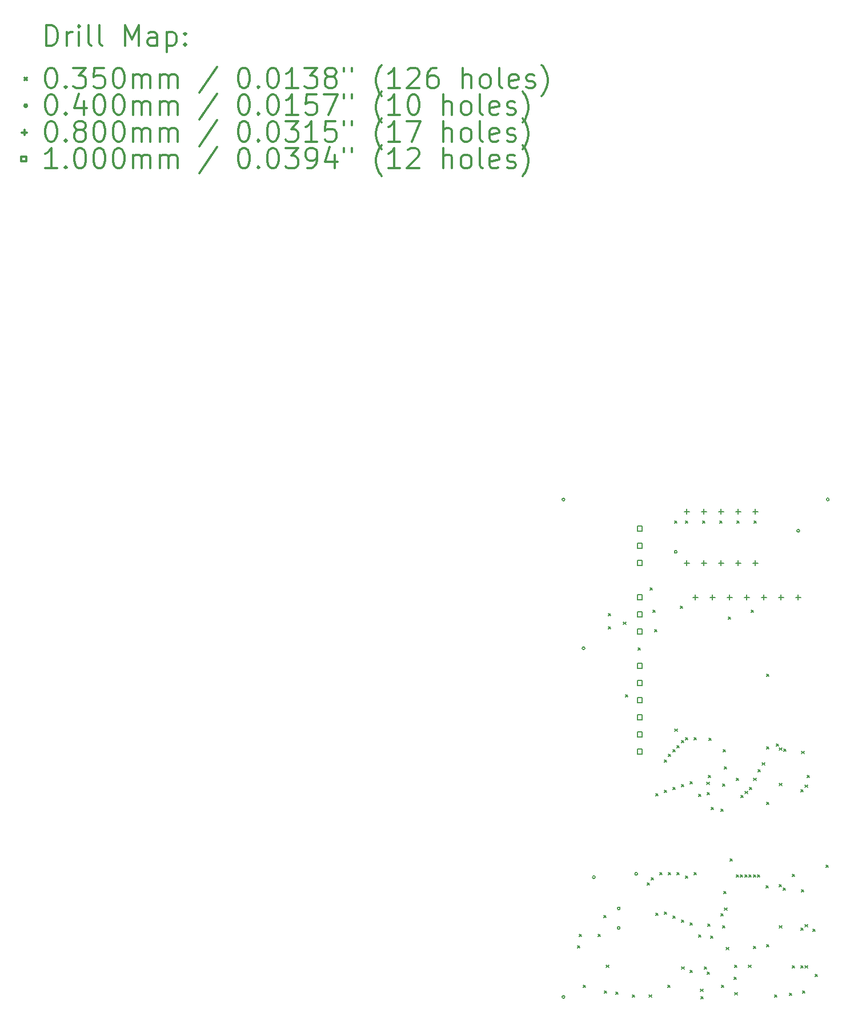
<source format=gbr>
%FSLAX45Y45*%
G04 Gerber Fmt 4.5, Leading zero omitted, Abs format (unit mm)*
G04 Created by KiCad (PCBNEW (5.1.10)-1) date 2022-11-16 00:45:28*
%MOMM*%
%LPD*%
G01*
G04 APERTURE LIST*
%ADD10C,0.200000*%
%ADD11C,0.300000*%
G04 APERTURE END LIST*
D10*
X8161300Y-13793750D02*
X8196300Y-13828750D01*
X8196300Y-13793750D02*
X8161300Y-13828750D01*
X8186700Y-13628650D02*
X8221700Y-13663650D01*
X8221700Y-13628650D02*
X8186700Y-13663650D01*
X8243850Y-14377950D02*
X8278850Y-14412950D01*
X8278850Y-14377950D02*
X8243850Y-14412950D01*
X8466100Y-13628650D02*
X8501100Y-13663650D01*
X8501100Y-13628650D02*
X8466100Y-13663650D01*
X8548650Y-13342900D02*
X8583650Y-13377900D01*
X8583650Y-13342900D02*
X8548650Y-13377900D01*
X8555000Y-14460500D02*
X8590000Y-14495500D01*
X8590000Y-14460500D02*
X8555000Y-14495500D01*
X8586750Y-14079500D02*
X8621750Y-14114500D01*
X8621750Y-14079500D02*
X8586750Y-14114500D01*
X8618500Y-8872500D02*
X8653500Y-8907500D01*
X8653500Y-8872500D02*
X8618500Y-8907500D01*
X8618500Y-9069350D02*
X8653500Y-9104350D01*
X8653500Y-9069350D02*
X8618500Y-9104350D01*
X8726450Y-14479550D02*
X8761450Y-14514550D01*
X8761450Y-14479550D02*
X8726450Y-14514550D01*
X8840750Y-9005850D02*
X8875750Y-9040850D01*
X8875750Y-9005850D02*
X8840750Y-9040850D01*
X8872500Y-10079000D02*
X8907500Y-10114000D01*
X8907500Y-10079000D02*
X8872500Y-10114000D01*
X8974100Y-14524000D02*
X9009100Y-14559000D01*
X9009100Y-14524000D02*
X8974100Y-14559000D01*
X9056650Y-9386850D02*
X9091650Y-9421850D01*
X9091650Y-9386850D02*
X9056650Y-9421850D01*
X9190000Y-12860300D02*
X9225000Y-12895300D01*
X9225000Y-12860300D02*
X9190000Y-12895300D01*
X9221750Y-14524000D02*
X9256750Y-14559000D01*
X9256750Y-14524000D02*
X9221750Y-14559000D01*
X9234450Y-8497850D02*
X9269450Y-8532850D01*
X9269450Y-8497850D02*
X9234450Y-8532850D01*
X9253500Y-12790450D02*
X9288500Y-12825450D01*
X9288500Y-12790450D02*
X9253500Y-12825450D01*
X9278900Y-8821700D02*
X9313900Y-8856700D01*
X9313900Y-8821700D02*
X9278900Y-8856700D01*
X9304300Y-9113800D02*
X9339300Y-9148800D01*
X9339300Y-9113800D02*
X9304300Y-9148800D01*
X9317000Y-11539500D02*
X9352000Y-11574500D01*
X9352000Y-11539500D02*
X9317000Y-11574500D01*
X9317000Y-13311150D02*
X9352000Y-13346150D01*
X9352000Y-13311150D02*
X9317000Y-13346150D01*
X9380500Y-12707900D02*
X9415500Y-12742900D01*
X9415500Y-12707900D02*
X9380500Y-12742900D01*
X9444000Y-11044200D02*
X9479000Y-11079200D01*
X9479000Y-11044200D02*
X9444000Y-11079200D01*
X9444000Y-11495050D02*
X9479000Y-11530050D01*
X9479000Y-11495050D02*
X9444000Y-11530050D01*
X9444000Y-13298450D02*
X9479000Y-13333450D01*
X9479000Y-13298450D02*
X9444000Y-13333450D01*
X9494800Y-14377950D02*
X9529800Y-14412950D01*
X9529800Y-14377950D02*
X9494800Y-14412950D01*
X9507500Y-10955300D02*
X9542500Y-10990300D01*
X9542500Y-10955300D02*
X9507500Y-10990300D01*
X9507500Y-12707900D02*
X9542500Y-12742900D01*
X9542500Y-12707900D02*
X9507500Y-12742900D01*
X9571000Y-10891800D02*
X9606000Y-10926800D01*
X9606000Y-10891800D02*
X9571000Y-10926800D01*
X9571000Y-11450600D02*
X9606000Y-11485600D01*
X9606000Y-11450600D02*
X9571000Y-11485600D01*
X9571000Y-13355600D02*
X9606000Y-13390600D01*
X9606000Y-13355600D02*
X9571000Y-13390600D01*
X9596400Y-7500900D02*
X9631400Y-7535900D01*
X9631400Y-7500900D02*
X9596400Y-7535900D01*
X9602750Y-10587000D02*
X9637750Y-10622000D01*
X9637750Y-10587000D02*
X9602750Y-10622000D01*
X9634500Y-10834650D02*
X9669500Y-10869650D01*
X9669500Y-10834650D02*
X9634500Y-10869650D01*
X9634500Y-12714250D02*
X9669500Y-12749250D01*
X9669500Y-12714250D02*
X9634500Y-12749250D01*
X9685300Y-8764550D02*
X9720300Y-8799550D01*
X9720300Y-8764550D02*
X9685300Y-8799550D01*
X9698000Y-10758450D02*
X9733000Y-10793450D01*
X9733000Y-10758450D02*
X9698000Y-10793450D01*
X9698000Y-11406150D02*
X9733000Y-11441150D01*
X9733000Y-11406150D02*
X9698000Y-11441150D01*
X9698000Y-13412750D02*
X9733000Y-13447750D01*
X9733000Y-13412750D02*
X9698000Y-13447750D01*
X9704350Y-14111250D02*
X9739350Y-14146250D01*
X9739350Y-14111250D02*
X9704350Y-14146250D01*
X9761500Y-7500900D02*
X9796500Y-7535900D01*
X9796500Y-7500900D02*
X9761500Y-7535900D01*
X9761500Y-10714000D02*
X9796500Y-10749000D01*
X9796500Y-10714000D02*
X9761500Y-10749000D01*
X9761500Y-12758700D02*
X9796500Y-12793700D01*
X9796500Y-12758700D02*
X9761500Y-12793700D01*
X9825000Y-11361700D02*
X9860000Y-11396700D01*
X9860000Y-11361700D02*
X9825000Y-11396700D01*
X9825000Y-13457200D02*
X9860000Y-13492200D01*
X9860000Y-13457200D02*
X9825000Y-13492200D01*
X9825000Y-14158551D02*
X9860000Y-14193551D01*
X9860000Y-14158551D02*
X9825000Y-14193551D01*
X9888500Y-10714000D02*
X9923500Y-10749000D01*
X9923500Y-10714000D02*
X9888500Y-10749000D01*
X9888500Y-12714250D02*
X9923500Y-12749250D01*
X9923500Y-12714250D02*
X9888500Y-12749250D01*
X9952000Y-11552200D02*
X9987000Y-11587200D01*
X9987000Y-11552200D02*
X9952000Y-11587200D01*
X9952000Y-13635000D02*
X9987000Y-13670000D01*
X9987000Y-13635000D02*
X9952000Y-13670000D01*
X9983750Y-14441450D02*
X10018750Y-14476450D01*
X10018750Y-14441450D02*
X9983750Y-14476450D01*
X9990100Y-14549400D02*
X10025100Y-14584400D01*
X10025100Y-14549400D02*
X9990100Y-14584400D01*
X10015500Y-7500900D02*
X10050500Y-7535900D01*
X10050500Y-7500900D02*
X10015500Y-7535900D01*
X10040900Y-14104900D02*
X10075900Y-14139900D01*
X10075900Y-14104900D02*
X10040900Y-14139900D01*
X10077050Y-11370000D02*
X10112050Y-11405000D01*
X10112050Y-11370000D02*
X10077050Y-11405000D01*
X10079000Y-11526800D02*
X10114000Y-11561800D01*
X10114000Y-11526800D02*
X10079000Y-11561800D01*
X10079000Y-14181100D02*
X10114000Y-14216100D01*
X10114000Y-14181100D02*
X10079000Y-14216100D01*
X10091700Y-13476250D02*
X10126700Y-13511250D01*
X10126700Y-13476250D02*
X10091700Y-13511250D01*
X10098050Y-11272800D02*
X10133050Y-11307800D01*
X10133050Y-11272800D02*
X10098050Y-11307800D01*
X10104400Y-10720350D02*
X10139400Y-10755350D01*
X10139400Y-10720350D02*
X10104400Y-10755350D01*
X10129800Y-13647700D02*
X10164800Y-13682700D01*
X10164800Y-13647700D02*
X10129800Y-13682700D01*
X10142500Y-11742700D02*
X10177500Y-11777700D01*
X10177500Y-11742700D02*
X10142500Y-11777700D01*
X10269500Y-7500900D02*
X10304500Y-7535900D01*
X10304500Y-7500900D02*
X10269500Y-7535900D01*
X10282200Y-11768100D02*
X10317200Y-11803100D01*
X10317200Y-11768100D02*
X10282200Y-11803100D01*
X10282200Y-13317500D02*
X10317200Y-13352500D01*
X10317200Y-13317500D02*
X10282200Y-13352500D01*
X10294900Y-14377950D02*
X10329900Y-14412950D01*
X10329900Y-14377950D02*
X10294900Y-14412950D01*
X10307600Y-11399800D02*
X10342600Y-11434800D01*
X10342600Y-11399800D02*
X10307600Y-11434800D01*
X10307600Y-13495300D02*
X10342600Y-13530300D01*
X10342600Y-13495300D02*
X10307600Y-13530300D01*
X10320300Y-10891800D02*
X10355300Y-10926800D01*
X10355300Y-10891800D02*
X10320300Y-10926800D01*
X10326650Y-12987300D02*
X10361650Y-13022300D01*
X10361650Y-12987300D02*
X10326650Y-13022300D01*
X10333000Y-11145800D02*
X10368000Y-11180800D01*
X10368000Y-11145800D02*
X10333000Y-11180800D01*
X10339350Y-13234950D02*
X10374350Y-13269950D01*
X10374350Y-13234950D02*
X10339350Y-13269950D01*
X10364750Y-13819150D02*
X10399750Y-13854150D01*
X10399750Y-13819150D02*
X10364750Y-13854150D01*
X10396500Y-8929650D02*
X10431500Y-8964650D01*
X10431500Y-8929650D02*
X10396500Y-8964650D01*
X10421900Y-12504700D02*
X10456900Y-12539700D01*
X10456900Y-12504700D02*
X10421900Y-12539700D01*
X10479050Y-14263650D02*
X10514050Y-14298650D01*
X10514050Y-14263650D02*
X10479050Y-14298650D01*
X10485400Y-14085850D02*
X10520400Y-14120850D01*
X10520400Y-14085850D02*
X10485400Y-14120850D01*
X10491750Y-14492250D02*
X10526750Y-14527250D01*
X10526750Y-14492250D02*
X10491750Y-14527250D01*
X10510800Y-11310900D02*
X10545800Y-11345900D01*
X10545800Y-11310900D02*
X10510800Y-11345900D01*
X10510800Y-12746000D02*
X10545800Y-12781000D01*
X10545800Y-12746000D02*
X10510800Y-12781000D01*
X10523500Y-7500900D02*
X10558500Y-7535900D01*
X10558500Y-7500900D02*
X10523500Y-7535900D01*
X10574300Y-12746000D02*
X10609300Y-12781000D01*
X10609300Y-12746000D02*
X10574300Y-12781000D01*
X10580650Y-11564900D02*
X10615650Y-11599900D01*
X10615650Y-11564900D02*
X10580650Y-11599900D01*
X10637800Y-12746000D02*
X10672800Y-12781000D01*
X10672800Y-12746000D02*
X10637800Y-12781000D01*
X10644150Y-11507750D02*
X10679150Y-11542750D01*
X10679150Y-11507750D02*
X10644150Y-11542750D01*
X10694950Y-14085850D02*
X10729950Y-14120850D01*
X10729950Y-14085850D02*
X10694950Y-14120850D01*
X10701300Y-12746000D02*
X10736300Y-12781000D01*
X10736300Y-12746000D02*
X10701300Y-12781000D01*
X10707650Y-11450600D02*
X10742650Y-11485600D01*
X10742650Y-11450600D02*
X10707650Y-11485600D01*
X10733050Y-8828050D02*
X10768050Y-8863050D01*
X10768050Y-8828050D02*
X10733050Y-8863050D01*
X10764800Y-12746000D02*
X10799800Y-12781000D01*
X10799800Y-12746000D02*
X10764800Y-12781000D01*
X10764800Y-13800100D02*
X10799800Y-13835100D01*
X10799800Y-13800100D02*
X10764800Y-13835100D01*
X10771150Y-11317250D02*
X10806150Y-11352250D01*
X10806150Y-11317250D02*
X10771150Y-11352250D01*
X10777500Y-7500900D02*
X10812500Y-7535900D01*
X10812500Y-7500900D02*
X10777500Y-7535900D01*
X10828300Y-12746000D02*
X10863300Y-12781000D01*
X10863300Y-12746000D02*
X10828300Y-12781000D01*
X10834650Y-11183900D02*
X10869650Y-11218900D01*
X10869650Y-11183900D02*
X10834650Y-11218900D01*
X10898150Y-11088650D02*
X10933150Y-11123650D01*
X10933150Y-11088650D02*
X10898150Y-11123650D01*
X10955300Y-12904750D02*
X10990300Y-12939750D01*
X10990300Y-12904750D02*
X10955300Y-12939750D01*
X10961650Y-9774200D02*
X10996650Y-9809200D01*
X10996650Y-9774200D02*
X10961650Y-9809200D01*
X10961650Y-10847350D02*
X10996650Y-10882350D01*
X10996650Y-10847350D02*
X10961650Y-10882350D01*
X10961650Y-11672850D02*
X10996650Y-11707850D01*
X10996650Y-11672850D02*
X10961650Y-11707850D01*
X10961650Y-13781050D02*
X10996650Y-13816050D01*
X10996650Y-13781050D02*
X10961650Y-13816050D01*
X11082300Y-14524000D02*
X11117300Y-14559000D01*
X11117300Y-14524000D02*
X11082300Y-14559000D01*
X11107700Y-10802900D02*
X11142700Y-10837900D01*
X11142700Y-10802900D02*
X11107700Y-10837900D01*
X11145800Y-12892050D02*
X11180800Y-12927050D01*
X11180800Y-12892050D02*
X11145800Y-12927050D01*
X11152150Y-10866400D02*
X11187150Y-10901400D01*
X11187150Y-10866400D02*
X11152150Y-10901400D01*
X11152150Y-11393450D02*
X11187150Y-11428450D01*
X11187150Y-11393450D02*
X11152150Y-11428450D01*
X11152150Y-13501650D02*
X11187150Y-13536650D01*
X11187150Y-13501650D02*
X11152150Y-13536650D01*
X11209300Y-12942850D02*
X11244300Y-12977850D01*
X11244300Y-12942850D02*
X11209300Y-12977850D01*
X11215650Y-10885450D02*
X11250650Y-10920450D01*
X11250650Y-10885450D02*
X11215650Y-10920450D01*
X11298200Y-14498600D02*
X11333200Y-14533600D01*
X11333200Y-14498600D02*
X11298200Y-14533600D01*
X11342650Y-12733300D02*
X11377650Y-12768300D01*
X11377650Y-12733300D02*
X11342650Y-12768300D01*
X11342650Y-14092200D02*
X11377650Y-14127200D01*
X11377650Y-14092200D02*
X11342650Y-14127200D01*
X11469650Y-11482350D02*
X11504650Y-11517350D01*
X11504650Y-11482350D02*
X11469650Y-11517350D01*
X11469650Y-13533400D02*
X11504650Y-13568400D01*
X11504650Y-13533400D02*
X11469650Y-13568400D01*
X11469650Y-14092200D02*
X11504650Y-14127200D01*
X11504650Y-14092200D02*
X11469650Y-14127200D01*
X11476000Y-12968250D02*
X11511000Y-13003250D01*
X11511000Y-12968250D02*
X11476000Y-13003250D01*
X11482350Y-10917200D02*
X11517350Y-10952200D01*
X11517350Y-10917200D02*
X11482350Y-10952200D01*
X11495050Y-14466850D02*
X11530050Y-14501850D01*
X11530050Y-14466850D02*
X11495050Y-14501850D01*
X11533150Y-11418850D02*
X11568150Y-11453850D01*
X11568150Y-11418850D02*
X11533150Y-11453850D01*
X11533150Y-13482600D02*
X11568150Y-13517600D01*
X11568150Y-13482600D02*
X11533150Y-13517600D01*
X11533150Y-14092200D02*
X11568150Y-14127200D01*
X11568150Y-14092200D02*
X11533150Y-14127200D01*
X11564900Y-11272800D02*
X11599900Y-11307800D01*
X11599900Y-11272800D02*
X11564900Y-11307800D01*
X11647450Y-13552450D02*
X11682450Y-13587450D01*
X11682450Y-13552450D02*
X11647450Y-13587450D01*
X11679200Y-14219200D02*
X11714200Y-14254200D01*
X11714200Y-14219200D02*
X11679200Y-14254200D01*
X11844300Y-12599950D02*
X11879300Y-12634950D01*
X11879300Y-12599950D02*
X11844300Y-12634950D01*
X7970200Y-7188200D02*
G75*
G03*
X7970200Y-7188200I-20000J0D01*
G01*
X7970200Y-14554200D02*
G75*
G03*
X7970200Y-14554200I-20000J0D01*
G01*
X8268650Y-9391650D02*
G75*
G03*
X8268650Y-9391650I-20000J0D01*
G01*
X8421050Y-12782550D02*
G75*
G03*
X8421050Y-12782550I-20000J0D01*
G01*
X8789350Y-13531850D02*
G75*
G03*
X8789350Y-13531850I-20000J0D01*
G01*
X8790850Y-13244600D02*
G75*
G03*
X8790850Y-13244600I-20000J0D01*
G01*
X9049700Y-12731750D02*
G75*
G03*
X9049700Y-12731750I-20000J0D01*
G01*
X9633900Y-7962900D02*
G75*
G03*
X9633900Y-7962900I-20000J0D01*
G01*
X11450000Y-7651750D02*
G75*
G03*
X11450000Y-7651750I-20000J0D01*
G01*
X11888150Y-7188200D02*
G75*
G03*
X11888150Y-7188200I-20000J0D01*
G01*
X9779000Y-7326000D02*
X9779000Y-7406000D01*
X9739000Y-7366000D02*
X9819000Y-7366000D01*
X9779000Y-8088000D02*
X9779000Y-8168000D01*
X9739000Y-8128000D02*
X9819000Y-8128000D01*
X9906000Y-8596000D02*
X9906000Y-8676000D01*
X9866000Y-8636000D02*
X9946000Y-8636000D01*
X10033000Y-7326000D02*
X10033000Y-7406000D01*
X9993000Y-7366000D02*
X10073000Y-7366000D01*
X10033000Y-8088000D02*
X10033000Y-8168000D01*
X9993000Y-8128000D02*
X10073000Y-8128000D01*
X10160000Y-8596000D02*
X10160000Y-8676000D01*
X10120000Y-8636000D02*
X10200000Y-8636000D01*
X10287000Y-7326000D02*
X10287000Y-7406000D01*
X10247000Y-7366000D02*
X10327000Y-7366000D01*
X10287000Y-8088000D02*
X10287000Y-8168000D01*
X10247000Y-8128000D02*
X10327000Y-8128000D01*
X10414000Y-8596000D02*
X10414000Y-8676000D01*
X10374000Y-8636000D02*
X10454000Y-8636000D01*
X10541000Y-7326000D02*
X10541000Y-7406000D01*
X10501000Y-7366000D02*
X10581000Y-7366000D01*
X10541000Y-8088000D02*
X10541000Y-8168000D01*
X10501000Y-8128000D02*
X10581000Y-8128000D01*
X10668000Y-8596000D02*
X10668000Y-8676000D01*
X10628000Y-8636000D02*
X10708000Y-8636000D01*
X10795000Y-7326000D02*
X10795000Y-7406000D01*
X10755000Y-7366000D02*
X10835000Y-7366000D01*
X10795000Y-8088000D02*
X10795000Y-8168000D01*
X10755000Y-8128000D02*
X10835000Y-8128000D01*
X10922000Y-8596000D02*
X10922000Y-8676000D01*
X10882000Y-8636000D02*
X10962000Y-8636000D01*
X11176000Y-8596000D02*
X11176000Y-8676000D01*
X11136000Y-8636000D02*
X11216000Y-8636000D01*
X11430000Y-8596000D02*
X11430000Y-8676000D01*
X11390000Y-8636000D02*
X11470000Y-8636000D01*
X9115856Y-7655356D02*
X9115856Y-7584644D01*
X9045144Y-7584644D01*
X9045144Y-7655356D01*
X9115856Y-7655356D01*
X9115856Y-7909356D02*
X9115856Y-7838644D01*
X9045144Y-7838644D01*
X9045144Y-7909356D01*
X9115856Y-7909356D01*
X9115856Y-8163356D02*
X9115856Y-8092644D01*
X9045144Y-8092644D01*
X9045144Y-8163356D01*
X9115856Y-8163356D01*
X9115856Y-8671356D02*
X9115856Y-8600644D01*
X9045144Y-8600644D01*
X9045144Y-8671356D01*
X9115856Y-8671356D01*
X9115856Y-8925356D02*
X9115856Y-8854644D01*
X9045144Y-8854644D01*
X9045144Y-8925356D01*
X9115856Y-8925356D01*
X9115856Y-9179356D02*
X9115856Y-9108644D01*
X9045144Y-9108644D01*
X9045144Y-9179356D01*
X9115856Y-9179356D01*
X9115856Y-9687356D02*
X9115856Y-9616644D01*
X9045144Y-9616644D01*
X9045144Y-9687356D01*
X9115856Y-9687356D01*
X9115856Y-9941356D02*
X9115856Y-9870644D01*
X9045144Y-9870644D01*
X9045144Y-9941356D01*
X9115856Y-9941356D01*
X9115856Y-10195356D02*
X9115856Y-10124644D01*
X9045144Y-10124644D01*
X9045144Y-10195356D01*
X9115856Y-10195356D01*
X9115856Y-10449356D02*
X9115856Y-10378644D01*
X9045144Y-10378644D01*
X9045144Y-10449356D01*
X9115856Y-10449356D01*
X9115856Y-10703356D02*
X9115856Y-10632644D01*
X9045144Y-10632644D01*
X9045144Y-10703356D01*
X9115856Y-10703356D01*
X9115856Y-10957356D02*
X9115856Y-10886644D01*
X9045144Y-10886644D01*
X9045144Y-10957356D01*
X9115856Y-10957356D01*
D11*
X286429Y-465714D02*
X286429Y-165714D01*
X357857Y-165714D01*
X400714Y-180000D01*
X429286Y-208571D01*
X443571Y-237143D01*
X457857Y-294286D01*
X457857Y-337143D01*
X443571Y-394286D01*
X429286Y-422857D01*
X400714Y-451428D01*
X357857Y-465714D01*
X286429Y-465714D01*
X586429Y-465714D02*
X586429Y-265714D01*
X586429Y-322857D02*
X600714Y-294286D01*
X615000Y-280000D01*
X643571Y-265714D01*
X672143Y-265714D01*
X772143Y-465714D02*
X772143Y-265714D01*
X772143Y-165714D02*
X757857Y-180000D01*
X772143Y-194286D01*
X786428Y-180000D01*
X772143Y-165714D01*
X772143Y-194286D01*
X957857Y-465714D02*
X929286Y-451428D01*
X915000Y-422857D01*
X915000Y-165714D01*
X1115000Y-465714D02*
X1086429Y-451428D01*
X1072143Y-422857D01*
X1072143Y-165714D01*
X1457857Y-465714D02*
X1457857Y-165714D01*
X1557857Y-380000D01*
X1657857Y-165714D01*
X1657857Y-465714D01*
X1929286Y-465714D02*
X1929286Y-308571D01*
X1915000Y-280000D01*
X1886428Y-265714D01*
X1829286Y-265714D01*
X1800714Y-280000D01*
X1929286Y-451428D02*
X1900714Y-465714D01*
X1829286Y-465714D01*
X1800714Y-451428D01*
X1786428Y-422857D01*
X1786428Y-394286D01*
X1800714Y-365714D01*
X1829286Y-351428D01*
X1900714Y-351428D01*
X1929286Y-337143D01*
X2072143Y-265714D02*
X2072143Y-565714D01*
X2072143Y-280000D02*
X2100714Y-265714D01*
X2157857Y-265714D01*
X2186429Y-280000D01*
X2200714Y-294286D01*
X2215000Y-322857D01*
X2215000Y-408571D01*
X2200714Y-437143D01*
X2186429Y-451428D01*
X2157857Y-465714D01*
X2100714Y-465714D01*
X2072143Y-451428D01*
X2343571Y-437143D02*
X2357857Y-451428D01*
X2343571Y-465714D01*
X2329286Y-451428D01*
X2343571Y-437143D01*
X2343571Y-465714D01*
X2343571Y-280000D02*
X2357857Y-294286D01*
X2343571Y-308571D01*
X2329286Y-294286D01*
X2343571Y-280000D01*
X2343571Y-308571D01*
X-35000Y-942500D02*
X0Y-977500D01*
X0Y-942500D02*
X-35000Y-977500D01*
X343571Y-795714D02*
X372143Y-795714D01*
X400714Y-810000D01*
X415000Y-824286D01*
X429286Y-852857D01*
X443571Y-910000D01*
X443571Y-981428D01*
X429286Y-1038571D01*
X415000Y-1067143D01*
X400714Y-1081429D01*
X372143Y-1095714D01*
X343571Y-1095714D01*
X315000Y-1081429D01*
X300714Y-1067143D01*
X286429Y-1038571D01*
X272143Y-981428D01*
X272143Y-910000D01*
X286429Y-852857D01*
X300714Y-824286D01*
X315000Y-810000D01*
X343571Y-795714D01*
X572143Y-1067143D02*
X586429Y-1081429D01*
X572143Y-1095714D01*
X557857Y-1081429D01*
X572143Y-1067143D01*
X572143Y-1095714D01*
X686429Y-795714D02*
X872143Y-795714D01*
X772143Y-910000D01*
X815000Y-910000D01*
X843571Y-924286D01*
X857857Y-938571D01*
X872143Y-967143D01*
X872143Y-1038571D01*
X857857Y-1067143D01*
X843571Y-1081429D01*
X815000Y-1095714D01*
X729286Y-1095714D01*
X700714Y-1081429D01*
X686429Y-1067143D01*
X1143571Y-795714D02*
X1000714Y-795714D01*
X986428Y-938571D01*
X1000714Y-924286D01*
X1029286Y-910000D01*
X1100714Y-910000D01*
X1129286Y-924286D01*
X1143571Y-938571D01*
X1157857Y-967143D01*
X1157857Y-1038571D01*
X1143571Y-1067143D01*
X1129286Y-1081429D01*
X1100714Y-1095714D01*
X1029286Y-1095714D01*
X1000714Y-1081429D01*
X986428Y-1067143D01*
X1343571Y-795714D02*
X1372143Y-795714D01*
X1400714Y-810000D01*
X1415000Y-824286D01*
X1429286Y-852857D01*
X1443571Y-910000D01*
X1443571Y-981428D01*
X1429286Y-1038571D01*
X1415000Y-1067143D01*
X1400714Y-1081429D01*
X1372143Y-1095714D01*
X1343571Y-1095714D01*
X1315000Y-1081429D01*
X1300714Y-1067143D01*
X1286429Y-1038571D01*
X1272143Y-981428D01*
X1272143Y-910000D01*
X1286429Y-852857D01*
X1300714Y-824286D01*
X1315000Y-810000D01*
X1343571Y-795714D01*
X1572143Y-1095714D02*
X1572143Y-895714D01*
X1572143Y-924286D02*
X1586428Y-910000D01*
X1615000Y-895714D01*
X1657857Y-895714D01*
X1686428Y-910000D01*
X1700714Y-938571D01*
X1700714Y-1095714D01*
X1700714Y-938571D02*
X1715000Y-910000D01*
X1743571Y-895714D01*
X1786428Y-895714D01*
X1815000Y-910000D01*
X1829286Y-938571D01*
X1829286Y-1095714D01*
X1972143Y-1095714D02*
X1972143Y-895714D01*
X1972143Y-924286D02*
X1986428Y-910000D01*
X2015000Y-895714D01*
X2057857Y-895714D01*
X2086428Y-910000D01*
X2100714Y-938571D01*
X2100714Y-1095714D01*
X2100714Y-938571D02*
X2115000Y-910000D01*
X2143571Y-895714D01*
X2186429Y-895714D01*
X2215000Y-910000D01*
X2229286Y-938571D01*
X2229286Y-1095714D01*
X2815000Y-781428D02*
X2557857Y-1167143D01*
X3200714Y-795714D02*
X3229286Y-795714D01*
X3257857Y-810000D01*
X3272143Y-824286D01*
X3286428Y-852857D01*
X3300714Y-910000D01*
X3300714Y-981428D01*
X3286428Y-1038571D01*
X3272143Y-1067143D01*
X3257857Y-1081429D01*
X3229286Y-1095714D01*
X3200714Y-1095714D01*
X3172143Y-1081429D01*
X3157857Y-1067143D01*
X3143571Y-1038571D01*
X3129286Y-981428D01*
X3129286Y-910000D01*
X3143571Y-852857D01*
X3157857Y-824286D01*
X3172143Y-810000D01*
X3200714Y-795714D01*
X3429286Y-1067143D02*
X3443571Y-1081429D01*
X3429286Y-1095714D01*
X3415000Y-1081429D01*
X3429286Y-1067143D01*
X3429286Y-1095714D01*
X3629286Y-795714D02*
X3657857Y-795714D01*
X3686428Y-810000D01*
X3700714Y-824286D01*
X3715000Y-852857D01*
X3729286Y-910000D01*
X3729286Y-981428D01*
X3715000Y-1038571D01*
X3700714Y-1067143D01*
X3686428Y-1081429D01*
X3657857Y-1095714D01*
X3629286Y-1095714D01*
X3600714Y-1081429D01*
X3586428Y-1067143D01*
X3572143Y-1038571D01*
X3557857Y-981428D01*
X3557857Y-910000D01*
X3572143Y-852857D01*
X3586428Y-824286D01*
X3600714Y-810000D01*
X3629286Y-795714D01*
X4015000Y-1095714D02*
X3843571Y-1095714D01*
X3929286Y-1095714D02*
X3929286Y-795714D01*
X3900714Y-838571D01*
X3872143Y-867143D01*
X3843571Y-881428D01*
X4115000Y-795714D02*
X4300714Y-795714D01*
X4200714Y-910000D01*
X4243571Y-910000D01*
X4272143Y-924286D01*
X4286429Y-938571D01*
X4300714Y-967143D01*
X4300714Y-1038571D01*
X4286429Y-1067143D01*
X4272143Y-1081429D01*
X4243571Y-1095714D01*
X4157857Y-1095714D01*
X4129286Y-1081429D01*
X4115000Y-1067143D01*
X4472143Y-924286D02*
X4443571Y-910000D01*
X4429286Y-895714D01*
X4415000Y-867143D01*
X4415000Y-852857D01*
X4429286Y-824286D01*
X4443571Y-810000D01*
X4472143Y-795714D01*
X4529286Y-795714D01*
X4557857Y-810000D01*
X4572143Y-824286D01*
X4586429Y-852857D01*
X4586429Y-867143D01*
X4572143Y-895714D01*
X4557857Y-910000D01*
X4529286Y-924286D01*
X4472143Y-924286D01*
X4443571Y-938571D01*
X4429286Y-952857D01*
X4415000Y-981428D01*
X4415000Y-1038571D01*
X4429286Y-1067143D01*
X4443571Y-1081429D01*
X4472143Y-1095714D01*
X4529286Y-1095714D01*
X4557857Y-1081429D01*
X4572143Y-1067143D01*
X4586429Y-1038571D01*
X4586429Y-981428D01*
X4572143Y-952857D01*
X4557857Y-938571D01*
X4529286Y-924286D01*
X4700714Y-795714D02*
X4700714Y-852857D01*
X4815000Y-795714D02*
X4815000Y-852857D01*
X5257857Y-1210000D02*
X5243571Y-1195714D01*
X5215000Y-1152857D01*
X5200714Y-1124286D01*
X5186429Y-1081429D01*
X5172143Y-1010000D01*
X5172143Y-952857D01*
X5186429Y-881428D01*
X5200714Y-838571D01*
X5215000Y-810000D01*
X5243571Y-767143D01*
X5257857Y-752857D01*
X5529286Y-1095714D02*
X5357857Y-1095714D01*
X5443571Y-1095714D02*
X5443571Y-795714D01*
X5415000Y-838571D01*
X5386429Y-867143D01*
X5357857Y-881428D01*
X5643571Y-824286D02*
X5657857Y-810000D01*
X5686428Y-795714D01*
X5757857Y-795714D01*
X5786428Y-810000D01*
X5800714Y-824286D01*
X5815000Y-852857D01*
X5815000Y-881428D01*
X5800714Y-924286D01*
X5629286Y-1095714D01*
X5815000Y-1095714D01*
X6072143Y-795714D02*
X6015000Y-795714D01*
X5986428Y-810000D01*
X5972143Y-824286D01*
X5943571Y-867143D01*
X5929286Y-924286D01*
X5929286Y-1038571D01*
X5943571Y-1067143D01*
X5957857Y-1081429D01*
X5986428Y-1095714D01*
X6043571Y-1095714D01*
X6072143Y-1081429D01*
X6086428Y-1067143D01*
X6100714Y-1038571D01*
X6100714Y-967143D01*
X6086428Y-938571D01*
X6072143Y-924286D01*
X6043571Y-910000D01*
X5986428Y-910000D01*
X5957857Y-924286D01*
X5943571Y-938571D01*
X5929286Y-967143D01*
X6457857Y-1095714D02*
X6457857Y-795714D01*
X6586428Y-1095714D02*
X6586428Y-938571D01*
X6572143Y-910000D01*
X6543571Y-895714D01*
X6500714Y-895714D01*
X6472143Y-910000D01*
X6457857Y-924286D01*
X6772143Y-1095714D02*
X6743571Y-1081429D01*
X6729286Y-1067143D01*
X6715000Y-1038571D01*
X6715000Y-952857D01*
X6729286Y-924286D01*
X6743571Y-910000D01*
X6772143Y-895714D01*
X6815000Y-895714D01*
X6843571Y-910000D01*
X6857857Y-924286D01*
X6872143Y-952857D01*
X6872143Y-1038571D01*
X6857857Y-1067143D01*
X6843571Y-1081429D01*
X6815000Y-1095714D01*
X6772143Y-1095714D01*
X7043571Y-1095714D02*
X7015000Y-1081429D01*
X7000714Y-1052857D01*
X7000714Y-795714D01*
X7272143Y-1081429D02*
X7243571Y-1095714D01*
X7186428Y-1095714D01*
X7157857Y-1081429D01*
X7143571Y-1052857D01*
X7143571Y-938571D01*
X7157857Y-910000D01*
X7186428Y-895714D01*
X7243571Y-895714D01*
X7272143Y-910000D01*
X7286428Y-938571D01*
X7286428Y-967143D01*
X7143571Y-995714D01*
X7400714Y-1081429D02*
X7429286Y-1095714D01*
X7486428Y-1095714D01*
X7515000Y-1081429D01*
X7529286Y-1052857D01*
X7529286Y-1038571D01*
X7515000Y-1010000D01*
X7486428Y-995714D01*
X7443571Y-995714D01*
X7415000Y-981428D01*
X7400714Y-952857D01*
X7400714Y-938571D01*
X7415000Y-910000D01*
X7443571Y-895714D01*
X7486428Y-895714D01*
X7515000Y-910000D01*
X7629286Y-1210000D02*
X7643571Y-1195714D01*
X7672143Y-1152857D01*
X7686428Y-1124286D01*
X7700714Y-1081429D01*
X7715000Y-1010000D01*
X7715000Y-952857D01*
X7700714Y-881428D01*
X7686428Y-838571D01*
X7672143Y-810000D01*
X7643571Y-767143D01*
X7629286Y-752857D01*
X0Y-1356000D02*
G75*
G03*
X0Y-1356000I-20000J0D01*
G01*
X343571Y-1191714D02*
X372143Y-1191714D01*
X400714Y-1206000D01*
X415000Y-1220286D01*
X429286Y-1248857D01*
X443571Y-1306000D01*
X443571Y-1377429D01*
X429286Y-1434571D01*
X415000Y-1463143D01*
X400714Y-1477428D01*
X372143Y-1491714D01*
X343571Y-1491714D01*
X315000Y-1477428D01*
X300714Y-1463143D01*
X286429Y-1434571D01*
X272143Y-1377429D01*
X272143Y-1306000D01*
X286429Y-1248857D01*
X300714Y-1220286D01*
X315000Y-1206000D01*
X343571Y-1191714D01*
X572143Y-1463143D02*
X586429Y-1477428D01*
X572143Y-1491714D01*
X557857Y-1477428D01*
X572143Y-1463143D01*
X572143Y-1491714D01*
X843571Y-1291714D02*
X843571Y-1491714D01*
X772143Y-1177429D02*
X700714Y-1391714D01*
X886428Y-1391714D01*
X1057857Y-1191714D02*
X1086429Y-1191714D01*
X1115000Y-1206000D01*
X1129286Y-1220286D01*
X1143571Y-1248857D01*
X1157857Y-1306000D01*
X1157857Y-1377429D01*
X1143571Y-1434571D01*
X1129286Y-1463143D01*
X1115000Y-1477428D01*
X1086429Y-1491714D01*
X1057857Y-1491714D01*
X1029286Y-1477428D01*
X1015000Y-1463143D01*
X1000714Y-1434571D01*
X986428Y-1377429D01*
X986428Y-1306000D01*
X1000714Y-1248857D01*
X1015000Y-1220286D01*
X1029286Y-1206000D01*
X1057857Y-1191714D01*
X1343571Y-1191714D02*
X1372143Y-1191714D01*
X1400714Y-1206000D01*
X1415000Y-1220286D01*
X1429286Y-1248857D01*
X1443571Y-1306000D01*
X1443571Y-1377429D01*
X1429286Y-1434571D01*
X1415000Y-1463143D01*
X1400714Y-1477428D01*
X1372143Y-1491714D01*
X1343571Y-1491714D01*
X1315000Y-1477428D01*
X1300714Y-1463143D01*
X1286429Y-1434571D01*
X1272143Y-1377429D01*
X1272143Y-1306000D01*
X1286429Y-1248857D01*
X1300714Y-1220286D01*
X1315000Y-1206000D01*
X1343571Y-1191714D01*
X1572143Y-1491714D02*
X1572143Y-1291714D01*
X1572143Y-1320286D02*
X1586428Y-1306000D01*
X1615000Y-1291714D01*
X1657857Y-1291714D01*
X1686428Y-1306000D01*
X1700714Y-1334571D01*
X1700714Y-1491714D01*
X1700714Y-1334571D02*
X1715000Y-1306000D01*
X1743571Y-1291714D01*
X1786428Y-1291714D01*
X1815000Y-1306000D01*
X1829286Y-1334571D01*
X1829286Y-1491714D01*
X1972143Y-1491714D02*
X1972143Y-1291714D01*
X1972143Y-1320286D02*
X1986428Y-1306000D01*
X2015000Y-1291714D01*
X2057857Y-1291714D01*
X2086428Y-1306000D01*
X2100714Y-1334571D01*
X2100714Y-1491714D01*
X2100714Y-1334571D02*
X2115000Y-1306000D01*
X2143571Y-1291714D01*
X2186429Y-1291714D01*
X2215000Y-1306000D01*
X2229286Y-1334571D01*
X2229286Y-1491714D01*
X2815000Y-1177429D02*
X2557857Y-1563143D01*
X3200714Y-1191714D02*
X3229286Y-1191714D01*
X3257857Y-1206000D01*
X3272143Y-1220286D01*
X3286428Y-1248857D01*
X3300714Y-1306000D01*
X3300714Y-1377429D01*
X3286428Y-1434571D01*
X3272143Y-1463143D01*
X3257857Y-1477428D01*
X3229286Y-1491714D01*
X3200714Y-1491714D01*
X3172143Y-1477428D01*
X3157857Y-1463143D01*
X3143571Y-1434571D01*
X3129286Y-1377429D01*
X3129286Y-1306000D01*
X3143571Y-1248857D01*
X3157857Y-1220286D01*
X3172143Y-1206000D01*
X3200714Y-1191714D01*
X3429286Y-1463143D02*
X3443571Y-1477428D01*
X3429286Y-1491714D01*
X3415000Y-1477428D01*
X3429286Y-1463143D01*
X3429286Y-1491714D01*
X3629286Y-1191714D02*
X3657857Y-1191714D01*
X3686428Y-1206000D01*
X3700714Y-1220286D01*
X3715000Y-1248857D01*
X3729286Y-1306000D01*
X3729286Y-1377429D01*
X3715000Y-1434571D01*
X3700714Y-1463143D01*
X3686428Y-1477428D01*
X3657857Y-1491714D01*
X3629286Y-1491714D01*
X3600714Y-1477428D01*
X3586428Y-1463143D01*
X3572143Y-1434571D01*
X3557857Y-1377429D01*
X3557857Y-1306000D01*
X3572143Y-1248857D01*
X3586428Y-1220286D01*
X3600714Y-1206000D01*
X3629286Y-1191714D01*
X4015000Y-1491714D02*
X3843571Y-1491714D01*
X3929286Y-1491714D02*
X3929286Y-1191714D01*
X3900714Y-1234571D01*
X3872143Y-1263143D01*
X3843571Y-1277429D01*
X4286429Y-1191714D02*
X4143571Y-1191714D01*
X4129286Y-1334571D01*
X4143571Y-1320286D01*
X4172143Y-1306000D01*
X4243571Y-1306000D01*
X4272143Y-1320286D01*
X4286429Y-1334571D01*
X4300714Y-1363143D01*
X4300714Y-1434571D01*
X4286429Y-1463143D01*
X4272143Y-1477428D01*
X4243571Y-1491714D01*
X4172143Y-1491714D01*
X4143571Y-1477428D01*
X4129286Y-1463143D01*
X4400714Y-1191714D02*
X4600714Y-1191714D01*
X4472143Y-1491714D01*
X4700714Y-1191714D02*
X4700714Y-1248857D01*
X4815000Y-1191714D02*
X4815000Y-1248857D01*
X5257857Y-1606000D02*
X5243571Y-1591714D01*
X5215000Y-1548857D01*
X5200714Y-1520286D01*
X5186429Y-1477428D01*
X5172143Y-1406000D01*
X5172143Y-1348857D01*
X5186429Y-1277429D01*
X5200714Y-1234571D01*
X5215000Y-1206000D01*
X5243571Y-1163143D01*
X5257857Y-1148857D01*
X5529286Y-1491714D02*
X5357857Y-1491714D01*
X5443571Y-1491714D02*
X5443571Y-1191714D01*
X5415000Y-1234571D01*
X5386429Y-1263143D01*
X5357857Y-1277429D01*
X5715000Y-1191714D02*
X5743571Y-1191714D01*
X5772143Y-1206000D01*
X5786428Y-1220286D01*
X5800714Y-1248857D01*
X5815000Y-1306000D01*
X5815000Y-1377429D01*
X5800714Y-1434571D01*
X5786428Y-1463143D01*
X5772143Y-1477428D01*
X5743571Y-1491714D01*
X5715000Y-1491714D01*
X5686428Y-1477428D01*
X5672143Y-1463143D01*
X5657857Y-1434571D01*
X5643571Y-1377429D01*
X5643571Y-1306000D01*
X5657857Y-1248857D01*
X5672143Y-1220286D01*
X5686428Y-1206000D01*
X5715000Y-1191714D01*
X6172143Y-1491714D02*
X6172143Y-1191714D01*
X6300714Y-1491714D02*
X6300714Y-1334571D01*
X6286428Y-1306000D01*
X6257857Y-1291714D01*
X6215000Y-1291714D01*
X6186428Y-1306000D01*
X6172143Y-1320286D01*
X6486428Y-1491714D02*
X6457857Y-1477428D01*
X6443571Y-1463143D01*
X6429286Y-1434571D01*
X6429286Y-1348857D01*
X6443571Y-1320286D01*
X6457857Y-1306000D01*
X6486428Y-1291714D01*
X6529286Y-1291714D01*
X6557857Y-1306000D01*
X6572143Y-1320286D01*
X6586428Y-1348857D01*
X6586428Y-1434571D01*
X6572143Y-1463143D01*
X6557857Y-1477428D01*
X6529286Y-1491714D01*
X6486428Y-1491714D01*
X6757857Y-1491714D02*
X6729286Y-1477428D01*
X6715000Y-1448857D01*
X6715000Y-1191714D01*
X6986428Y-1477428D02*
X6957857Y-1491714D01*
X6900714Y-1491714D01*
X6872143Y-1477428D01*
X6857857Y-1448857D01*
X6857857Y-1334571D01*
X6872143Y-1306000D01*
X6900714Y-1291714D01*
X6957857Y-1291714D01*
X6986428Y-1306000D01*
X7000714Y-1334571D01*
X7000714Y-1363143D01*
X6857857Y-1391714D01*
X7115000Y-1477428D02*
X7143571Y-1491714D01*
X7200714Y-1491714D01*
X7229286Y-1477428D01*
X7243571Y-1448857D01*
X7243571Y-1434571D01*
X7229286Y-1406000D01*
X7200714Y-1391714D01*
X7157857Y-1391714D01*
X7129286Y-1377429D01*
X7115000Y-1348857D01*
X7115000Y-1334571D01*
X7129286Y-1306000D01*
X7157857Y-1291714D01*
X7200714Y-1291714D01*
X7229286Y-1306000D01*
X7343571Y-1606000D02*
X7357857Y-1591714D01*
X7386428Y-1548857D01*
X7400714Y-1520286D01*
X7415000Y-1477428D01*
X7429286Y-1406000D01*
X7429286Y-1348857D01*
X7415000Y-1277429D01*
X7400714Y-1234571D01*
X7386428Y-1206000D01*
X7357857Y-1163143D01*
X7343571Y-1148857D01*
X-40000Y-1712000D02*
X-40000Y-1792000D01*
X-80000Y-1752000D02*
X0Y-1752000D01*
X343571Y-1587714D02*
X372143Y-1587714D01*
X400714Y-1602000D01*
X415000Y-1616286D01*
X429286Y-1644857D01*
X443571Y-1702000D01*
X443571Y-1773428D01*
X429286Y-1830571D01*
X415000Y-1859143D01*
X400714Y-1873428D01*
X372143Y-1887714D01*
X343571Y-1887714D01*
X315000Y-1873428D01*
X300714Y-1859143D01*
X286429Y-1830571D01*
X272143Y-1773428D01*
X272143Y-1702000D01*
X286429Y-1644857D01*
X300714Y-1616286D01*
X315000Y-1602000D01*
X343571Y-1587714D01*
X572143Y-1859143D02*
X586429Y-1873428D01*
X572143Y-1887714D01*
X557857Y-1873428D01*
X572143Y-1859143D01*
X572143Y-1887714D01*
X757857Y-1716286D02*
X729286Y-1702000D01*
X715000Y-1687714D01*
X700714Y-1659143D01*
X700714Y-1644857D01*
X715000Y-1616286D01*
X729286Y-1602000D01*
X757857Y-1587714D01*
X815000Y-1587714D01*
X843571Y-1602000D01*
X857857Y-1616286D01*
X872143Y-1644857D01*
X872143Y-1659143D01*
X857857Y-1687714D01*
X843571Y-1702000D01*
X815000Y-1716286D01*
X757857Y-1716286D01*
X729286Y-1730571D01*
X715000Y-1744857D01*
X700714Y-1773428D01*
X700714Y-1830571D01*
X715000Y-1859143D01*
X729286Y-1873428D01*
X757857Y-1887714D01*
X815000Y-1887714D01*
X843571Y-1873428D01*
X857857Y-1859143D01*
X872143Y-1830571D01*
X872143Y-1773428D01*
X857857Y-1744857D01*
X843571Y-1730571D01*
X815000Y-1716286D01*
X1057857Y-1587714D02*
X1086429Y-1587714D01*
X1115000Y-1602000D01*
X1129286Y-1616286D01*
X1143571Y-1644857D01*
X1157857Y-1702000D01*
X1157857Y-1773428D01*
X1143571Y-1830571D01*
X1129286Y-1859143D01*
X1115000Y-1873428D01*
X1086429Y-1887714D01*
X1057857Y-1887714D01*
X1029286Y-1873428D01*
X1015000Y-1859143D01*
X1000714Y-1830571D01*
X986428Y-1773428D01*
X986428Y-1702000D01*
X1000714Y-1644857D01*
X1015000Y-1616286D01*
X1029286Y-1602000D01*
X1057857Y-1587714D01*
X1343571Y-1587714D02*
X1372143Y-1587714D01*
X1400714Y-1602000D01*
X1415000Y-1616286D01*
X1429286Y-1644857D01*
X1443571Y-1702000D01*
X1443571Y-1773428D01*
X1429286Y-1830571D01*
X1415000Y-1859143D01*
X1400714Y-1873428D01*
X1372143Y-1887714D01*
X1343571Y-1887714D01*
X1315000Y-1873428D01*
X1300714Y-1859143D01*
X1286429Y-1830571D01*
X1272143Y-1773428D01*
X1272143Y-1702000D01*
X1286429Y-1644857D01*
X1300714Y-1616286D01*
X1315000Y-1602000D01*
X1343571Y-1587714D01*
X1572143Y-1887714D02*
X1572143Y-1687714D01*
X1572143Y-1716286D02*
X1586428Y-1702000D01*
X1615000Y-1687714D01*
X1657857Y-1687714D01*
X1686428Y-1702000D01*
X1700714Y-1730571D01*
X1700714Y-1887714D01*
X1700714Y-1730571D02*
X1715000Y-1702000D01*
X1743571Y-1687714D01*
X1786428Y-1687714D01*
X1815000Y-1702000D01*
X1829286Y-1730571D01*
X1829286Y-1887714D01*
X1972143Y-1887714D02*
X1972143Y-1687714D01*
X1972143Y-1716286D02*
X1986428Y-1702000D01*
X2015000Y-1687714D01*
X2057857Y-1687714D01*
X2086428Y-1702000D01*
X2100714Y-1730571D01*
X2100714Y-1887714D01*
X2100714Y-1730571D02*
X2115000Y-1702000D01*
X2143571Y-1687714D01*
X2186429Y-1687714D01*
X2215000Y-1702000D01*
X2229286Y-1730571D01*
X2229286Y-1887714D01*
X2815000Y-1573428D02*
X2557857Y-1959143D01*
X3200714Y-1587714D02*
X3229286Y-1587714D01*
X3257857Y-1602000D01*
X3272143Y-1616286D01*
X3286428Y-1644857D01*
X3300714Y-1702000D01*
X3300714Y-1773428D01*
X3286428Y-1830571D01*
X3272143Y-1859143D01*
X3257857Y-1873428D01*
X3229286Y-1887714D01*
X3200714Y-1887714D01*
X3172143Y-1873428D01*
X3157857Y-1859143D01*
X3143571Y-1830571D01*
X3129286Y-1773428D01*
X3129286Y-1702000D01*
X3143571Y-1644857D01*
X3157857Y-1616286D01*
X3172143Y-1602000D01*
X3200714Y-1587714D01*
X3429286Y-1859143D02*
X3443571Y-1873428D01*
X3429286Y-1887714D01*
X3415000Y-1873428D01*
X3429286Y-1859143D01*
X3429286Y-1887714D01*
X3629286Y-1587714D02*
X3657857Y-1587714D01*
X3686428Y-1602000D01*
X3700714Y-1616286D01*
X3715000Y-1644857D01*
X3729286Y-1702000D01*
X3729286Y-1773428D01*
X3715000Y-1830571D01*
X3700714Y-1859143D01*
X3686428Y-1873428D01*
X3657857Y-1887714D01*
X3629286Y-1887714D01*
X3600714Y-1873428D01*
X3586428Y-1859143D01*
X3572143Y-1830571D01*
X3557857Y-1773428D01*
X3557857Y-1702000D01*
X3572143Y-1644857D01*
X3586428Y-1616286D01*
X3600714Y-1602000D01*
X3629286Y-1587714D01*
X3829286Y-1587714D02*
X4015000Y-1587714D01*
X3915000Y-1702000D01*
X3957857Y-1702000D01*
X3986428Y-1716286D01*
X4000714Y-1730571D01*
X4015000Y-1759143D01*
X4015000Y-1830571D01*
X4000714Y-1859143D01*
X3986428Y-1873428D01*
X3957857Y-1887714D01*
X3872143Y-1887714D01*
X3843571Y-1873428D01*
X3829286Y-1859143D01*
X4300714Y-1887714D02*
X4129286Y-1887714D01*
X4215000Y-1887714D02*
X4215000Y-1587714D01*
X4186428Y-1630571D01*
X4157857Y-1659143D01*
X4129286Y-1673428D01*
X4572143Y-1587714D02*
X4429286Y-1587714D01*
X4415000Y-1730571D01*
X4429286Y-1716286D01*
X4457857Y-1702000D01*
X4529286Y-1702000D01*
X4557857Y-1716286D01*
X4572143Y-1730571D01*
X4586429Y-1759143D01*
X4586429Y-1830571D01*
X4572143Y-1859143D01*
X4557857Y-1873428D01*
X4529286Y-1887714D01*
X4457857Y-1887714D01*
X4429286Y-1873428D01*
X4415000Y-1859143D01*
X4700714Y-1587714D02*
X4700714Y-1644857D01*
X4815000Y-1587714D02*
X4815000Y-1644857D01*
X5257857Y-2002000D02*
X5243571Y-1987714D01*
X5215000Y-1944857D01*
X5200714Y-1916286D01*
X5186429Y-1873428D01*
X5172143Y-1802000D01*
X5172143Y-1744857D01*
X5186429Y-1673428D01*
X5200714Y-1630571D01*
X5215000Y-1602000D01*
X5243571Y-1559143D01*
X5257857Y-1544857D01*
X5529286Y-1887714D02*
X5357857Y-1887714D01*
X5443571Y-1887714D02*
X5443571Y-1587714D01*
X5415000Y-1630571D01*
X5386429Y-1659143D01*
X5357857Y-1673428D01*
X5629286Y-1587714D02*
X5829286Y-1587714D01*
X5700714Y-1887714D01*
X6172143Y-1887714D02*
X6172143Y-1587714D01*
X6300714Y-1887714D02*
X6300714Y-1730571D01*
X6286428Y-1702000D01*
X6257857Y-1687714D01*
X6215000Y-1687714D01*
X6186428Y-1702000D01*
X6172143Y-1716286D01*
X6486428Y-1887714D02*
X6457857Y-1873428D01*
X6443571Y-1859143D01*
X6429286Y-1830571D01*
X6429286Y-1744857D01*
X6443571Y-1716286D01*
X6457857Y-1702000D01*
X6486428Y-1687714D01*
X6529286Y-1687714D01*
X6557857Y-1702000D01*
X6572143Y-1716286D01*
X6586428Y-1744857D01*
X6586428Y-1830571D01*
X6572143Y-1859143D01*
X6557857Y-1873428D01*
X6529286Y-1887714D01*
X6486428Y-1887714D01*
X6757857Y-1887714D02*
X6729286Y-1873428D01*
X6715000Y-1844857D01*
X6715000Y-1587714D01*
X6986428Y-1873428D02*
X6957857Y-1887714D01*
X6900714Y-1887714D01*
X6872143Y-1873428D01*
X6857857Y-1844857D01*
X6857857Y-1730571D01*
X6872143Y-1702000D01*
X6900714Y-1687714D01*
X6957857Y-1687714D01*
X6986428Y-1702000D01*
X7000714Y-1730571D01*
X7000714Y-1759143D01*
X6857857Y-1787714D01*
X7115000Y-1873428D02*
X7143571Y-1887714D01*
X7200714Y-1887714D01*
X7229286Y-1873428D01*
X7243571Y-1844857D01*
X7243571Y-1830571D01*
X7229286Y-1802000D01*
X7200714Y-1787714D01*
X7157857Y-1787714D01*
X7129286Y-1773428D01*
X7115000Y-1744857D01*
X7115000Y-1730571D01*
X7129286Y-1702000D01*
X7157857Y-1687714D01*
X7200714Y-1687714D01*
X7229286Y-1702000D01*
X7343571Y-2002000D02*
X7357857Y-1987714D01*
X7386428Y-1944857D01*
X7400714Y-1916286D01*
X7415000Y-1873428D01*
X7429286Y-1802000D01*
X7429286Y-1744857D01*
X7415000Y-1673428D01*
X7400714Y-1630571D01*
X7386428Y-1602000D01*
X7357857Y-1559143D01*
X7343571Y-1544857D01*
X-14644Y-2183356D02*
X-14644Y-2112644D01*
X-85356Y-2112644D01*
X-85356Y-2183356D01*
X-14644Y-2183356D01*
X443571Y-2283714D02*
X272143Y-2283714D01*
X357857Y-2283714D02*
X357857Y-1983714D01*
X329286Y-2026571D01*
X300714Y-2055143D01*
X272143Y-2069428D01*
X572143Y-2255143D02*
X586429Y-2269429D01*
X572143Y-2283714D01*
X557857Y-2269429D01*
X572143Y-2255143D01*
X572143Y-2283714D01*
X772143Y-1983714D02*
X800714Y-1983714D01*
X829286Y-1998000D01*
X843571Y-2012286D01*
X857857Y-2040857D01*
X872143Y-2098000D01*
X872143Y-2169429D01*
X857857Y-2226571D01*
X843571Y-2255143D01*
X829286Y-2269429D01*
X800714Y-2283714D01*
X772143Y-2283714D01*
X743571Y-2269429D01*
X729286Y-2255143D01*
X715000Y-2226571D01*
X700714Y-2169429D01*
X700714Y-2098000D01*
X715000Y-2040857D01*
X729286Y-2012286D01*
X743571Y-1998000D01*
X772143Y-1983714D01*
X1057857Y-1983714D02*
X1086429Y-1983714D01*
X1115000Y-1998000D01*
X1129286Y-2012286D01*
X1143571Y-2040857D01*
X1157857Y-2098000D01*
X1157857Y-2169429D01*
X1143571Y-2226571D01*
X1129286Y-2255143D01*
X1115000Y-2269429D01*
X1086429Y-2283714D01*
X1057857Y-2283714D01*
X1029286Y-2269429D01*
X1015000Y-2255143D01*
X1000714Y-2226571D01*
X986428Y-2169429D01*
X986428Y-2098000D01*
X1000714Y-2040857D01*
X1015000Y-2012286D01*
X1029286Y-1998000D01*
X1057857Y-1983714D01*
X1343571Y-1983714D02*
X1372143Y-1983714D01*
X1400714Y-1998000D01*
X1415000Y-2012286D01*
X1429286Y-2040857D01*
X1443571Y-2098000D01*
X1443571Y-2169429D01*
X1429286Y-2226571D01*
X1415000Y-2255143D01*
X1400714Y-2269429D01*
X1372143Y-2283714D01*
X1343571Y-2283714D01*
X1315000Y-2269429D01*
X1300714Y-2255143D01*
X1286429Y-2226571D01*
X1272143Y-2169429D01*
X1272143Y-2098000D01*
X1286429Y-2040857D01*
X1300714Y-2012286D01*
X1315000Y-1998000D01*
X1343571Y-1983714D01*
X1572143Y-2283714D02*
X1572143Y-2083714D01*
X1572143Y-2112286D02*
X1586428Y-2098000D01*
X1615000Y-2083714D01*
X1657857Y-2083714D01*
X1686428Y-2098000D01*
X1700714Y-2126571D01*
X1700714Y-2283714D01*
X1700714Y-2126571D02*
X1715000Y-2098000D01*
X1743571Y-2083714D01*
X1786428Y-2083714D01*
X1815000Y-2098000D01*
X1829286Y-2126571D01*
X1829286Y-2283714D01*
X1972143Y-2283714D02*
X1972143Y-2083714D01*
X1972143Y-2112286D02*
X1986428Y-2098000D01*
X2015000Y-2083714D01*
X2057857Y-2083714D01*
X2086428Y-2098000D01*
X2100714Y-2126571D01*
X2100714Y-2283714D01*
X2100714Y-2126571D02*
X2115000Y-2098000D01*
X2143571Y-2083714D01*
X2186429Y-2083714D01*
X2215000Y-2098000D01*
X2229286Y-2126571D01*
X2229286Y-2283714D01*
X2815000Y-1969428D02*
X2557857Y-2355143D01*
X3200714Y-1983714D02*
X3229286Y-1983714D01*
X3257857Y-1998000D01*
X3272143Y-2012286D01*
X3286428Y-2040857D01*
X3300714Y-2098000D01*
X3300714Y-2169429D01*
X3286428Y-2226571D01*
X3272143Y-2255143D01*
X3257857Y-2269429D01*
X3229286Y-2283714D01*
X3200714Y-2283714D01*
X3172143Y-2269429D01*
X3157857Y-2255143D01*
X3143571Y-2226571D01*
X3129286Y-2169429D01*
X3129286Y-2098000D01*
X3143571Y-2040857D01*
X3157857Y-2012286D01*
X3172143Y-1998000D01*
X3200714Y-1983714D01*
X3429286Y-2255143D02*
X3443571Y-2269429D01*
X3429286Y-2283714D01*
X3415000Y-2269429D01*
X3429286Y-2255143D01*
X3429286Y-2283714D01*
X3629286Y-1983714D02*
X3657857Y-1983714D01*
X3686428Y-1998000D01*
X3700714Y-2012286D01*
X3715000Y-2040857D01*
X3729286Y-2098000D01*
X3729286Y-2169429D01*
X3715000Y-2226571D01*
X3700714Y-2255143D01*
X3686428Y-2269429D01*
X3657857Y-2283714D01*
X3629286Y-2283714D01*
X3600714Y-2269429D01*
X3586428Y-2255143D01*
X3572143Y-2226571D01*
X3557857Y-2169429D01*
X3557857Y-2098000D01*
X3572143Y-2040857D01*
X3586428Y-2012286D01*
X3600714Y-1998000D01*
X3629286Y-1983714D01*
X3829286Y-1983714D02*
X4015000Y-1983714D01*
X3915000Y-2098000D01*
X3957857Y-2098000D01*
X3986428Y-2112286D01*
X4000714Y-2126571D01*
X4015000Y-2155143D01*
X4015000Y-2226571D01*
X4000714Y-2255143D01*
X3986428Y-2269429D01*
X3957857Y-2283714D01*
X3872143Y-2283714D01*
X3843571Y-2269429D01*
X3829286Y-2255143D01*
X4157857Y-2283714D02*
X4215000Y-2283714D01*
X4243571Y-2269429D01*
X4257857Y-2255143D01*
X4286429Y-2212286D01*
X4300714Y-2155143D01*
X4300714Y-2040857D01*
X4286429Y-2012286D01*
X4272143Y-1998000D01*
X4243571Y-1983714D01*
X4186428Y-1983714D01*
X4157857Y-1998000D01*
X4143571Y-2012286D01*
X4129286Y-2040857D01*
X4129286Y-2112286D01*
X4143571Y-2140857D01*
X4157857Y-2155143D01*
X4186428Y-2169429D01*
X4243571Y-2169429D01*
X4272143Y-2155143D01*
X4286429Y-2140857D01*
X4300714Y-2112286D01*
X4557857Y-2083714D02*
X4557857Y-2283714D01*
X4486429Y-1969428D02*
X4415000Y-2183714D01*
X4600714Y-2183714D01*
X4700714Y-1983714D02*
X4700714Y-2040857D01*
X4815000Y-1983714D02*
X4815000Y-2040857D01*
X5257857Y-2398000D02*
X5243571Y-2383714D01*
X5215000Y-2340857D01*
X5200714Y-2312286D01*
X5186429Y-2269429D01*
X5172143Y-2198000D01*
X5172143Y-2140857D01*
X5186429Y-2069428D01*
X5200714Y-2026571D01*
X5215000Y-1998000D01*
X5243571Y-1955143D01*
X5257857Y-1940857D01*
X5529286Y-2283714D02*
X5357857Y-2283714D01*
X5443571Y-2283714D02*
X5443571Y-1983714D01*
X5415000Y-2026571D01*
X5386429Y-2055143D01*
X5357857Y-2069428D01*
X5643571Y-2012286D02*
X5657857Y-1998000D01*
X5686428Y-1983714D01*
X5757857Y-1983714D01*
X5786428Y-1998000D01*
X5800714Y-2012286D01*
X5815000Y-2040857D01*
X5815000Y-2069428D01*
X5800714Y-2112286D01*
X5629286Y-2283714D01*
X5815000Y-2283714D01*
X6172143Y-2283714D02*
X6172143Y-1983714D01*
X6300714Y-2283714D02*
X6300714Y-2126571D01*
X6286428Y-2098000D01*
X6257857Y-2083714D01*
X6215000Y-2083714D01*
X6186428Y-2098000D01*
X6172143Y-2112286D01*
X6486428Y-2283714D02*
X6457857Y-2269429D01*
X6443571Y-2255143D01*
X6429286Y-2226571D01*
X6429286Y-2140857D01*
X6443571Y-2112286D01*
X6457857Y-2098000D01*
X6486428Y-2083714D01*
X6529286Y-2083714D01*
X6557857Y-2098000D01*
X6572143Y-2112286D01*
X6586428Y-2140857D01*
X6586428Y-2226571D01*
X6572143Y-2255143D01*
X6557857Y-2269429D01*
X6529286Y-2283714D01*
X6486428Y-2283714D01*
X6757857Y-2283714D02*
X6729286Y-2269429D01*
X6715000Y-2240857D01*
X6715000Y-1983714D01*
X6986428Y-2269429D02*
X6957857Y-2283714D01*
X6900714Y-2283714D01*
X6872143Y-2269429D01*
X6857857Y-2240857D01*
X6857857Y-2126571D01*
X6872143Y-2098000D01*
X6900714Y-2083714D01*
X6957857Y-2083714D01*
X6986428Y-2098000D01*
X7000714Y-2126571D01*
X7000714Y-2155143D01*
X6857857Y-2183714D01*
X7115000Y-2269429D02*
X7143571Y-2283714D01*
X7200714Y-2283714D01*
X7229286Y-2269429D01*
X7243571Y-2240857D01*
X7243571Y-2226571D01*
X7229286Y-2198000D01*
X7200714Y-2183714D01*
X7157857Y-2183714D01*
X7129286Y-2169429D01*
X7115000Y-2140857D01*
X7115000Y-2126571D01*
X7129286Y-2098000D01*
X7157857Y-2083714D01*
X7200714Y-2083714D01*
X7229286Y-2098000D01*
X7343571Y-2398000D02*
X7357857Y-2383714D01*
X7386428Y-2340857D01*
X7400714Y-2312286D01*
X7415000Y-2269429D01*
X7429286Y-2198000D01*
X7429286Y-2140857D01*
X7415000Y-2069428D01*
X7400714Y-2026571D01*
X7386428Y-1998000D01*
X7357857Y-1955143D01*
X7343571Y-1940857D01*
M02*

</source>
